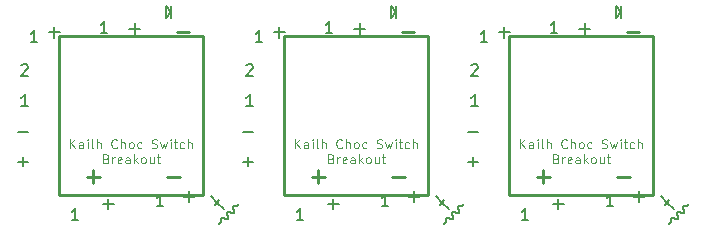
<source format=gbr>
G04 #@! TF.GenerationSoftware,KiCad,Pcbnew,(5.1.2)-1*
G04 #@! TF.CreationDate,2019-10-23T14:31:02-07:00*
G04 #@! TF.ProjectId,SparkFun-Cherry-MX-Switch-Breakout,53706172-6b46-4756-9e2d-436865727279,rev?*
G04 #@! TF.SameCoordinates,Original*
G04 #@! TF.FileFunction,Legend,Top*
G04 #@! TF.FilePolarity,Positive*
%FSLAX46Y46*%
G04 Gerber Fmt 4.6, Leading zero omitted, Abs format (unit mm)*
G04 Created by KiCad (PCBNEW (5.1.2)-1) date 2019-10-23 14:31:02*
%MOMM*%
%LPD*%
G04 APERTURE LIST*
%ADD10C,0.121920*%
%ADD11C,0.152400*%
%ADD12C,0.171450*%
%ADD13C,0.190500*%
%ADD14C,0.150000*%
%ADD15C,0.254000*%
%ADD16C,0.203200*%
%ADD17C,0.228600*%
G04 APERTURE END LIST*
D10*
X182952266Y-102757230D02*
X182952266Y-101985070D01*
X183393500Y-102757230D02*
X183062575Y-102315996D01*
X183393500Y-101985070D02*
X182952266Y-102426304D01*
X184055352Y-102757230D02*
X184055352Y-102352765D01*
X184018582Y-102279226D01*
X183945043Y-102242457D01*
X183797965Y-102242457D01*
X183724426Y-102279226D01*
X184055352Y-102720460D02*
X183981813Y-102757230D01*
X183797965Y-102757230D01*
X183724426Y-102720460D01*
X183687657Y-102646921D01*
X183687657Y-102573382D01*
X183724426Y-102499843D01*
X183797965Y-102463074D01*
X183981813Y-102463074D01*
X184055352Y-102426304D01*
X184423047Y-102757230D02*
X184423047Y-102242457D01*
X184423047Y-101985070D02*
X184386278Y-102021840D01*
X184423047Y-102058609D01*
X184459817Y-102021840D01*
X184423047Y-101985070D01*
X184423047Y-102058609D01*
X184901051Y-102757230D02*
X184827512Y-102720460D01*
X184790742Y-102646921D01*
X184790742Y-101985070D01*
X185195207Y-102757230D02*
X185195207Y-101985070D01*
X185526133Y-102757230D02*
X185526133Y-102352765D01*
X185489363Y-102279226D01*
X185415824Y-102242457D01*
X185305516Y-102242457D01*
X185231977Y-102279226D01*
X185195207Y-102315996D01*
X186923375Y-102683691D02*
X186886605Y-102720460D01*
X186776297Y-102757230D01*
X186702758Y-102757230D01*
X186592449Y-102720460D01*
X186518910Y-102646921D01*
X186482140Y-102573382D01*
X186445371Y-102426304D01*
X186445371Y-102315996D01*
X186482140Y-102168918D01*
X186518910Y-102095379D01*
X186592449Y-102021840D01*
X186702758Y-101985070D01*
X186776297Y-101985070D01*
X186886605Y-102021840D01*
X186923375Y-102058609D01*
X187254300Y-102757230D02*
X187254300Y-101985070D01*
X187585226Y-102757230D02*
X187585226Y-102352765D01*
X187548457Y-102279226D01*
X187474918Y-102242457D01*
X187364609Y-102242457D01*
X187291070Y-102279226D01*
X187254300Y-102315996D01*
X188063230Y-102757230D02*
X187989691Y-102720460D01*
X187952921Y-102683691D01*
X187916152Y-102610152D01*
X187916152Y-102389535D01*
X187952921Y-102315996D01*
X187989691Y-102279226D01*
X188063230Y-102242457D01*
X188173539Y-102242457D01*
X188247078Y-102279226D01*
X188283847Y-102315996D01*
X188320617Y-102389535D01*
X188320617Y-102610152D01*
X188283847Y-102683691D01*
X188247078Y-102720460D01*
X188173539Y-102757230D01*
X188063230Y-102757230D01*
X188982468Y-102720460D02*
X188908929Y-102757230D01*
X188761851Y-102757230D01*
X188688312Y-102720460D01*
X188651542Y-102683691D01*
X188614773Y-102610152D01*
X188614773Y-102389535D01*
X188651542Y-102315996D01*
X188688312Y-102279226D01*
X188761851Y-102242457D01*
X188908929Y-102242457D01*
X188982468Y-102279226D01*
X189864937Y-102720460D02*
X189975245Y-102757230D01*
X190159093Y-102757230D01*
X190232632Y-102720460D01*
X190269401Y-102683691D01*
X190306171Y-102610152D01*
X190306171Y-102536613D01*
X190269401Y-102463074D01*
X190232632Y-102426304D01*
X190159093Y-102389535D01*
X190012015Y-102352765D01*
X189938476Y-102315996D01*
X189901706Y-102279226D01*
X189864937Y-102205687D01*
X189864937Y-102132148D01*
X189901706Y-102058609D01*
X189938476Y-102021840D01*
X190012015Y-101985070D01*
X190195862Y-101985070D01*
X190306171Y-102021840D01*
X190563558Y-102242457D02*
X190710636Y-102757230D01*
X190857714Y-102389535D01*
X191004792Y-102757230D01*
X191151870Y-102242457D01*
X191446026Y-102757230D02*
X191446026Y-102242457D01*
X191446026Y-101985070D02*
X191409257Y-102021840D01*
X191446026Y-102058609D01*
X191482796Y-102021840D01*
X191446026Y-101985070D01*
X191446026Y-102058609D01*
X191703413Y-102242457D02*
X191997569Y-102242457D01*
X191813721Y-101985070D02*
X191813721Y-102646921D01*
X191850491Y-102720460D01*
X191924030Y-102757230D01*
X191997569Y-102757230D01*
X192585881Y-102720460D02*
X192512342Y-102757230D01*
X192365264Y-102757230D01*
X192291725Y-102720460D01*
X192254956Y-102683691D01*
X192218186Y-102610152D01*
X192218186Y-102389535D01*
X192254956Y-102315996D01*
X192291725Y-102279226D01*
X192365264Y-102242457D01*
X192512342Y-102242457D01*
X192585881Y-102279226D01*
X192916807Y-102757230D02*
X192916807Y-101985070D01*
X193247733Y-102757230D02*
X193247733Y-102352765D01*
X193210963Y-102279226D01*
X193137424Y-102242457D01*
X193027116Y-102242457D01*
X192953577Y-102279226D01*
X192916807Y-102315996D01*
X186004137Y-103632925D02*
X186114445Y-103669695D01*
X186151215Y-103706464D01*
X186187984Y-103780003D01*
X186187984Y-103890312D01*
X186151215Y-103963851D01*
X186114445Y-104000620D01*
X186040906Y-104037390D01*
X185746750Y-104037390D01*
X185746750Y-103265230D01*
X186004137Y-103265230D01*
X186077676Y-103302000D01*
X186114445Y-103338769D01*
X186151215Y-103412308D01*
X186151215Y-103485847D01*
X186114445Y-103559386D01*
X186077676Y-103596156D01*
X186004137Y-103632925D01*
X185746750Y-103632925D01*
X186518910Y-104037390D02*
X186518910Y-103522617D01*
X186518910Y-103669695D02*
X186555680Y-103596156D01*
X186592449Y-103559386D01*
X186665988Y-103522617D01*
X186739527Y-103522617D01*
X187291070Y-104000620D02*
X187217531Y-104037390D01*
X187070453Y-104037390D01*
X186996914Y-104000620D01*
X186960144Y-103927081D01*
X186960144Y-103632925D01*
X186996914Y-103559386D01*
X187070453Y-103522617D01*
X187217531Y-103522617D01*
X187291070Y-103559386D01*
X187327840Y-103632925D01*
X187327840Y-103706464D01*
X186960144Y-103780003D01*
X187989691Y-104037390D02*
X187989691Y-103632925D01*
X187952921Y-103559386D01*
X187879382Y-103522617D01*
X187732304Y-103522617D01*
X187658765Y-103559386D01*
X187989691Y-104000620D02*
X187916152Y-104037390D01*
X187732304Y-104037390D01*
X187658765Y-104000620D01*
X187621996Y-103927081D01*
X187621996Y-103853542D01*
X187658765Y-103780003D01*
X187732304Y-103743234D01*
X187916152Y-103743234D01*
X187989691Y-103706464D01*
X188357386Y-104037390D02*
X188357386Y-103265230D01*
X188430925Y-103743234D02*
X188651542Y-104037390D01*
X188651542Y-103522617D02*
X188357386Y-103816773D01*
X189092777Y-104037390D02*
X189019238Y-104000620D01*
X188982468Y-103963851D01*
X188945699Y-103890312D01*
X188945699Y-103669695D01*
X188982468Y-103596156D01*
X189019238Y-103559386D01*
X189092777Y-103522617D01*
X189203085Y-103522617D01*
X189276624Y-103559386D01*
X189313394Y-103596156D01*
X189350163Y-103669695D01*
X189350163Y-103890312D01*
X189313394Y-103963851D01*
X189276624Y-104000620D01*
X189203085Y-104037390D01*
X189092777Y-104037390D01*
X190012015Y-103522617D02*
X190012015Y-104037390D01*
X189681089Y-103522617D02*
X189681089Y-103927081D01*
X189717859Y-104000620D01*
X189791398Y-104037390D01*
X189901706Y-104037390D01*
X189975245Y-104000620D01*
X190012015Y-103963851D01*
X190269401Y-103522617D02*
X190563558Y-103522617D01*
X190379710Y-103265230D02*
X190379710Y-103927081D01*
X190416480Y-104000620D01*
X190490019Y-104037390D01*
X190563558Y-104037390D01*
X163902266Y-102757230D02*
X163902266Y-101985070D01*
X164343500Y-102757230D02*
X164012575Y-102315996D01*
X164343500Y-101985070D02*
X163902266Y-102426304D01*
X165005352Y-102757230D02*
X165005352Y-102352765D01*
X164968582Y-102279226D01*
X164895043Y-102242457D01*
X164747965Y-102242457D01*
X164674426Y-102279226D01*
X165005352Y-102720460D02*
X164931813Y-102757230D01*
X164747965Y-102757230D01*
X164674426Y-102720460D01*
X164637657Y-102646921D01*
X164637657Y-102573382D01*
X164674426Y-102499843D01*
X164747965Y-102463074D01*
X164931813Y-102463074D01*
X165005352Y-102426304D01*
X165373047Y-102757230D02*
X165373047Y-102242457D01*
X165373047Y-101985070D02*
X165336278Y-102021840D01*
X165373047Y-102058609D01*
X165409817Y-102021840D01*
X165373047Y-101985070D01*
X165373047Y-102058609D01*
X165851051Y-102757230D02*
X165777512Y-102720460D01*
X165740742Y-102646921D01*
X165740742Y-101985070D01*
X166145207Y-102757230D02*
X166145207Y-101985070D01*
X166476133Y-102757230D02*
X166476133Y-102352765D01*
X166439363Y-102279226D01*
X166365824Y-102242457D01*
X166255516Y-102242457D01*
X166181977Y-102279226D01*
X166145207Y-102315996D01*
X167873375Y-102683691D02*
X167836605Y-102720460D01*
X167726297Y-102757230D01*
X167652758Y-102757230D01*
X167542449Y-102720460D01*
X167468910Y-102646921D01*
X167432140Y-102573382D01*
X167395371Y-102426304D01*
X167395371Y-102315996D01*
X167432140Y-102168918D01*
X167468910Y-102095379D01*
X167542449Y-102021840D01*
X167652758Y-101985070D01*
X167726297Y-101985070D01*
X167836605Y-102021840D01*
X167873375Y-102058609D01*
X168204300Y-102757230D02*
X168204300Y-101985070D01*
X168535226Y-102757230D02*
X168535226Y-102352765D01*
X168498457Y-102279226D01*
X168424918Y-102242457D01*
X168314609Y-102242457D01*
X168241070Y-102279226D01*
X168204300Y-102315996D01*
X169013230Y-102757230D02*
X168939691Y-102720460D01*
X168902921Y-102683691D01*
X168866152Y-102610152D01*
X168866152Y-102389535D01*
X168902921Y-102315996D01*
X168939691Y-102279226D01*
X169013230Y-102242457D01*
X169123539Y-102242457D01*
X169197078Y-102279226D01*
X169233847Y-102315996D01*
X169270617Y-102389535D01*
X169270617Y-102610152D01*
X169233847Y-102683691D01*
X169197078Y-102720460D01*
X169123539Y-102757230D01*
X169013230Y-102757230D01*
X169932468Y-102720460D02*
X169858929Y-102757230D01*
X169711851Y-102757230D01*
X169638312Y-102720460D01*
X169601542Y-102683691D01*
X169564773Y-102610152D01*
X169564773Y-102389535D01*
X169601542Y-102315996D01*
X169638312Y-102279226D01*
X169711851Y-102242457D01*
X169858929Y-102242457D01*
X169932468Y-102279226D01*
X170814937Y-102720460D02*
X170925245Y-102757230D01*
X171109093Y-102757230D01*
X171182632Y-102720460D01*
X171219401Y-102683691D01*
X171256171Y-102610152D01*
X171256171Y-102536613D01*
X171219401Y-102463074D01*
X171182632Y-102426304D01*
X171109093Y-102389535D01*
X170962015Y-102352765D01*
X170888476Y-102315996D01*
X170851706Y-102279226D01*
X170814937Y-102205687D01*
X170814937Y-102132148D01*
X170851706Y-102058609D01*
X170888476Y-102021840D01*
X170962015Y-101985070D01*
X171145862Y-101985070D01*
X171256171Y-102021840D01*
X171513558Y-102242457D02*
X171660636Y-102757230D01*
X171807714Y-102389535D01*
X171954792Y-102757230D01*
X172101870Y-102242457D01*
X172396026Y-102757230D02*
X172396026Y-102242457D01*
X172396026Y-101985070D02*
X172359257Y-102021840D01*
X172396026Y-102058609D01*
X172432796Y-102021840D01*
X172396026Y-101985070D01*
X172396026Y-102058609D01*
X172653413Y-102242457D02*
X172947569Y-102242457D01*
X172763721Y-101985070D02*
X172763721Y-102646921D01*
X172800491Y-102720460D01*
X172874030Y-102757230D01*
X172947569Y-102757230D01*
X173535881Y-102720460D02*
X173462342Y-102757230D01*
X173315264Y-102757230D01*
X173241725Y-102720460D01*
X173204956Y-102683691D01*
X173168186Y-102610152D01*
X173168186Y-102389535D01*
X173204956Y-102315996D01*
X173241725Y-102279226D01*
X173315264Y-102242457D01*
X173462342Y-102242457D01*
X173535881Y-102279226D01*
X173866807Y-102757230D02*
X173866807Y-101985070D01*
X174197733Y-102757230D02*
X174197733Y-102352765D01*
X174160963Y-102279226D01*
X174087424Y-102242457D01*
X173977116Y-102242457D01*
X173903577Y-102279226D01*
X173866807Y-102315996D01*
X166954137Y-103632925D02*
X167064445Y-103669695D01*
X167101215Y-103706464D01*
X167137984Y-103780003D01*
X167137984Y-103890312D01*
X167101215Y-103963851D01*
X167064445Y-104000620D01*
X166990906Y-104037390D01*
X166696750Y-104037390D01*
X166696750Y-103265230D01*
X166954137Y-103265230D01*
X167027676Y-103302000D01*
X167064445Y-103338769D01*
X167101215Y-103412308D01*
X167101215Y-103485847D01*
X167064445Y-103559386D01*
X167027676Y-103596156D01*
X166954137Y-103632925D01*
X166696750Y-103632925D01*
X167468910Y-104037390D02*
X167468910Y-103522617D01*
X167468910Y-103669695D02*
X167505680Y-103596156D01*
X167542449Y-103559386D01*
X167615988Y-103522617D01*
X167689527Y-103522617D01*
X168241070Y-104000620D02*
X168167531Y-104037390D01*
X168020453Y-104037390D01*
X167946914Y-104000620D01*
X167910144Y-103927081D01*
X167910144Y-103632925D01*
X167946914Y-103559386D01*
X168020453Y-103522617D01*
X168167531Y-103522617D01*
X168241070Y-103559386D01*
X168277840Y-103632925D01*
X168277840Y-103706464D01*
X167910144Y-103780003D01*
X168939691Y-104037390D02*
X168939691Y-103632925D01*
X168902921Y-103559386D01*
X168829382Y-103522617D01*
X168682304Y-103522617D01*
X168608765Y-103559386D01*
X168939691Y-104000620D02*
X168866152Y-104037390D01*
X168682304Y-104037390D01*
X168608765Y-104000620D01*
X168571996Y-103927081D01*
X168571996Y-103853542D01*
X168608765Y-103780003D01*
X168682304Y-103743234D01*
X168866152Y-103743234D01*
X168939691Y-103706464D01*
X169307386Y-104037390D02*
X169307386Y-103265230D01*
X169380925Y-103743234D02*
X169601542Y-104037390D01*
X169601542Y-103522617D02*
X169307386Y-103816773D01*
X170042777Y-104037390D02*
X169969238Y-104000620D01*
X169932468Y-103963851D01*
X169895699Y-103890312D01*
X169895699Y-103669695D01*
X169932468Y-103596156D01*
X169969238Y-103559386D01*
X170042777Y-103522617D01*
X170153085Y-103522617D01*
X170226624Y-103559386D01*
X170263394Y-103596156D01*
X170300163Y-103669695D01*
X170300163Y-103890312D01*
X170263394Y-103963851D01*
X170226624Y-104000620D01*
X170153085Y-104037390D01*
X170042777Y-104037390D01*
X170962015Y-103522617D02*
X170962015Y-104037390D01*
X170631089Y-103522617D02*
X170631089Y-103927081D01*
X170667859Y-104000620D01*
X170741398Y-104037390D01*
X170851706Y-104037390D01*
X170925245Y-104000620D01*
X170962015Y-103963851D01*
X171219401Y-103522617D02*
X171513558Y-103522617D01*
X171329710Y-103265230D02*
X171329710Y-103927081D01*
X171366480Y-104000620D01*
X171440019Y-104037390D01*
X171513558Y-104037390D01*
D11*
X183626092Y-108818638D02*
X183074549Y-108818638D01*
X183350320Y-108818638D02*
X183350320Y-107853438D01*
X183258397Y-107991323D01*
X183166473Y-108083247D01*
X183074549Y-108129209D01*
X164576092Y-108818638D02*
X164024549Y-108818638D01*
X164300320Y-108818638D02*
X164300320Y-107853438D01*
X164208397Y-107991323D01*
X164116473Y-108083247D01*
X164024549Y-108129209D01*
D12*
X178520707Y-103887560D02*
X179348021Y-103887560D01*
X178934364Y-104301217D02*
X178934364Y-103473903D01*
X159470707Y-103887560D02*
X160298021Y-103887560D01*
X159884364Y-104301217D02*
X159884364Y-103473903D01*
D13*
X193012178Y-107335913D02*
X193012178Y-106416675D01*
X193471797Y-106876294D02*
X192552559Y-106876294D01*
X173962178Y-107335913D02*
X173962178Y-106416675D01*
X174421797Y-106876294D02*
X173502559Y-106876294D01*
D11*
X190852271Y-107637538D02*
X190300728Y-107637538D01*
X190576500Y-107637538D02*
X190576500Y-106672338D01*
X190484576Y-106810223D01*
X190392652Y-106902147D01*
X190300728Y-106948109D01*
X171802271Y-107637538D02*
X171250728Y-107637538D01*
X171526500Y-107637538D02*
X171526500Y-106672338D01*
X171434576Y-106810223D01*
X171342652Y-106902147D01*
X171250728Y-106948109D01*
D12*
X178520707Y-101347560D02*
X179348021Y-101347560D01*
X159470707Y-101347560D02*
X160298021Y-101347560D01*
D13*
X185735380Y-107483928D02*
X186654619Y-107483928D01*
X186195000Y-107943547D02*
X186195000Y-107024309D01*
X166685380Y-107483928D02*
X167604619Y-107483928D01*
X167145000Y-107943547D02*
X167145000Y-107024309D01*
X187957880Y-92624928D02*
X188877119Y-92624928D01*
X188417500Y-93084547D02*
X188417500Y-92165309D01*
X168907880Y-92624928D02*
X169827119Y-92624928D01*
X169367500Y-93084547D02*
X169367500Y-92165309D01*
D11*
X180184271Y-93743738D02*
X179632728Y-93743738D01*
X179908500Y-93743738D02*
X179908500Y-92778538D01*
X179816576Y-92916423D01*
X179724652Y-93008347D01*
X179632728Y-93054309D01*
X161134271Y-93743738D02*
X160582728Y-93743738D01*
X160858500Y-93743738D02*
X160858500Y-92778538D01*
X160766576Y-92916423D01*
X160674652Y-93008347D01*
X160582728Y-93054309D01*
X186089771Y-92981738D02*
X185538228Y-92981738D01*
X185814000Y-92981738D02*
X185814000Y-92016538D01*
X185722076Y-92154423D01*
X185630152Y-92246347D01*
X185538228Y-92292309D01*
X167039771Y-92981738D02*
X166488228Y-92981738D01*
X166764000Y-92981738D02*
X166764000Y-92016538D01*
X166672076Y-92154423D01*
X166580152Y-92246347D01*
X166488228Y-92292309D01*
D13*
X181163380Y-92942428D02*
X182082619Y-92942428D01*
X181623000Y-93402047D02*
X181623000Y-92482809D01*
X162113380Y-92942428D02*
X163032619Y-92942428D01*
X162573000Y-93402047D02*
X162573000Y-92482809D01*
D11*
X179371592Y-99166638D02*
X178820049Y-99166638D01*
X179095820Y-99166638D02*
X179095820Y-98201438D01*
X179003897Y-98339323D01*
X178911973Y-98431247D01*
X178820049Y-98477209D01*
X160321592Y-99166638D02*
X159770049Y-99166638D01*
X160045820Y-99166638D02*
X160045820Y-98201438D01*
X159953897Y-98339323D01*
X159861973Y-98431247D01*
X159770049Y-98477209D01*
X178820049Y-95753361D02*
X178866011Y-95707400D01*
X178957935Y-95661438D01*
X179187744Y-95661438D01*
X179279668Y-95707400D01*
X179325630Y-95753361D01*
X179371592Y-95845285D01*
X179371592Y-95937209D01*
X179325630Y-96075095D01*
X178774087Y-96626638D01*
X179371592Y-96626638D01*
X159770049Y-95753361D02*
X159816011Y-95707400D01*
X159907935Y-95661438D01*
X160137744Y-95661438D01*
X160229668Y-95707400D01*
X160275630Y-95753361D01*
X160321592Y-95845285D01*
X160321592Y-95937209D01*
X160275630Y-96075095D01*
X159724087Y-96626638D01*
X160321592Y-96626638D01*
D14*
X191516300Y-91237000D02*
X191516300Y-91745000D01*
X172466300Y-91237000D02*
X172466300Y-91745000D01*
X191516300Y-90729000D02*
X191516300Y-91237000D01*
X172466300Y-90729000D02*
X172466300Y-91237000D01*
X196355000Y-108763000D02*
X196228000Y-108128000D01*
X177305000Y-108763000D02*
X177178000Y-108128000D01*
X197244000Y-107493000D02*
X197117000Y-107620000D01*
X178194000Y-107493000D02*
X178067000Y-107620000D01*
X191033700Y-90729000D02*
X191033700Y-91745000D01*
X171983700Y-90729000D02*
X171983700Y-91745000D01*
X195593000Y-109144000D02*
X195720000Y-109017000D01*
X176543000Y-109144000D02*
X176670000Y-109017000D01*
X191516300Y-91237000D02*
X191033700Y-90729000D01*
X172466300Y-91237000D02*
X171983700Y-90729000D01*
X195720000Y-109017000D02*
X195720000Y-108636000D01*
X176670000Y-109017000D02*
X176670000Y-108636000D01*
X196863000Y-108255000D02*
X196228000Y-108128000D01*
X177813000Y-108255000D02*
X177178000Y-108128000D01*
X191033700Y-91745000D02*
X191516300Y-91237000D01*
X171983700Y-91745000D02*
X172466300Y-91237000D01*
X197117000Y-107620000D02*
X196736000Y-107620000D01*
X178067000Y-107620000D02*
X177686000Y-107620000D01*
X196863000Y-108255000D02*
X196736000Y-107620000D01*
X177813000Y-108255000D02*
X177686000Y-107620000D01*
X196355000Y-108763000D02*
X195720000Y-108636000D01*
X177305000Y-108763000D02*
X176670000Y-108636000D01*
D11*
X140720049Y-95753361D02*
X140766011Y-95707400D01*
X140857935Y-95661438D01*
X141087744Y-95661438D01*
X141179668Y-95707400D01*
X141225630Y-95753361D01*
X141271592Y-95845285D01*
X141271592Y-95937209D01*
X141225630Y-96075095D01*
X140674087Y-96626638D01*
X141271592Y-96626638D01*
X141271592Y-99166638D02*
X140720049Y-99166638D01*
X140995820Y-99166638D02*
X140995820Y-98201438D01*
X140903897Y-98339323D01*
X140811973Y-98431247D01*
X140720049Y-98477209D01*
D12*
X140420707Y-101347560D02*
X141248021Y-101347560D01*
X140420707Y-103887560D02*
X141248021Y-103887560D01*
X140834364Y-104301217D02*
X140834364Y-103473903D01*
D11*
X142084271Y-93743738D02*
X141532728Y-93743738D01*
X141808500Y-93743738D02*
X141808500Y-92778538D01*
X141716576Y-92916423D01*
X141624652Y-93008347D01*
X141532728Y-93054309D01*
D13*
X143063380Y-92942428D02*
X143982619Y-92942428D01*
X143523000Y-93402047D02*
X143523000Y-92482809D01*
D11*
X147989771Y-92981738D02*
X147438228Y-92981738D01*
X147714000Y-92981738D02*
X147714000Y-92016538D01*
X147622076Y-92154423D01*
X147530152Y-92246347D01*
X147438228Y-92292309D01*
D13*
X149857880Y-92624928D02*
X150777119Y-92624928D01*
X150317500Y-93084547D02*
X150317500Y-92165309D01*
D11*
X145526092Y-108818638D02*
X144974549Y-108818638D01*
X145250320Y-108818638D02*
X145250320Y-107853438D01*
X145158397Y-107991323D01*
X145066473Y-108083247D01*
X144974549Y-108129209D01*
D13*
X147635380Y-107483928D02*
X148554619Y-107483928D01*
X148095000Y-107943547D02*
X148095000Y-107024309D01*
D11*
X152752271Y-107637538D02*
X152200728Y-107637538D01*
X152476500Y-107637538D02*
X152476500Y-106672338D01*
X152384576Y-106810223D01*
X152292652Y-106902147D01*
X152200728Y-106948109D01*
D13*
X154912178Y-107335913D02*
X154912178Y-106416675D01*
X155371797Y-106876294D02*
X154452559Y-106876294D01*
D10*
X144852266Y-102757230D02*
X144852266Y-101985070D01*
X145293500Y-102757230D02*
X144962575Y-102315996D01*
X145293500Y-101985070D02*
X144852266Y-102426304D01*
X145955352Y-102757230D02*
X145955352Y-102352765D01*
X145918582Y-102279226D01*
X145845043Y-102242457D01*
X145697965Y-102242457D01*
X145624426Y-102279226D01*
X145955352Y-102720460D02*
X145881813Y-102757230D01*
X145697965Y-102757230D01*
X145624426Y-102720460D01*
X145587657Y-102646921D01*
X145587657Y-102573382D01*
X145624426Y-102499843D01*
X145697965Y-102463074D01*
X145881813Y-102463074D01*
X145955352Y-102426304D01*
X146323047Y-102757230D02*
X146323047Y-102242457D01*
X146323047Y-101985070D02*
X146286278Y-102021840D01*
X146323047Y-102058609D01*
X146359817Y-102021840D01*
X146323047Y-101985070D01*
X146323047Y-102058609D01*
X146801051Y-102757230D02*
X146727512Y-102720460D01*
X146690742Y-102646921D01*
X146690742Y-101985070D01*
X147095207Y-102757230D02*
X147095207Y-101985070D01*
X147426133Y-102757230D02*
X147426133Y-102352765D01*
X147389363Y-102279226D01*
X147315824Y-102242457D01*
X147205516Y-102242457D01*
X147131977Y-102279226D01*
X147095207Y-102315996D01*
X148823375Y-102683691D02*
X148786605Y-102720460D01*
X148676297Y-102757230D01*
X148602758Y-102757230D01*
X148492449Y-102720460D01*
X148418910Y-102646921D01*
X148382140Y-102573382D01*
X148345371Y-102426304D01*
X148345371Y-102315996D01*
X148382140Y-102168918D01*
X148418910Y-102095379D01*
X148492449Y-102021840D01*
X148602758Y-101985070D01*
X148676297Y-101985070D01*
X148786605Y-102021840D01*
X148823375Y-102058609D01*
X149154300Y-102757230D02*
X149154300Y-101985070D01*
X149485226Y-102757230D02*
X149485226Y-102352765D01*
X149448457Y-102279226D01*
X149374918Y-102242457D01*
X149264609Y-102242457D01*
X149191070Y-102279226D01*
X149154300Y-102315996D01*
X149963230Y-102757230D02*
X149889691Y-102720460D01*
X149852921Y-102683691D01*
X149816152Y-102610152D01*
X149816152Y-102389535D01*
X149852921Y-102315996D01*
X149889691Y-102279226D01*
X149963230Y-102242457D01*
X150073539Y-102242457D01*
X150147078Y-102279226D01*
X150183847Y-102315996D01*
X150220617Y-102389535D01*
X150220617Y-102610152D01*
X150183847Y-102683691D01*
X150147078Y-102720460D01*
X150073539Y-102757230D01*
X149963230Y-102757230D01*
X150882468Y-102720460D02*
X150808929Y-102757230D01*
X150661851Y-102757230D01*
X150588312Y-102720460D01*
X150551542Y-102683691D01*
X150514773Y-102610152D01*
X150514773Y-102389535D01*
X150551542Y-102315996D01*
X150588312Y-102279226D01*
X150661851Y-102242457D01*
X150808929Y-102242457D01*
X150882468Y-102279226D01*
X151764937Y-102720460D02*
X151875245Y-102757230D01*
X152059093Y-102757230D01*
X152132632Y-102720460D01*
X152169401Y-102683691D01*
X152206171Y-102610152D01*
X152206171Y-102536613D01*
X152169401Y-102463074D01*
X152132632Y-102426304D01*
X152059093Y-102389535D01*
X151912015Y-102352765D01*
X151838476Y-102315996D01*
X151801706Y-102279226D01*
X151764937Y-102205687D01*
X151764937Y-102132148D01*
X151801706Y-102058609D01*
X151838476Y-102021840D01*
X151912015Y-101985070D01*
X152095862Y-101985070D01*
X152206171Y-102021840D01*
X152463558Y-102242457D02*
X152610636Y-102757230D01*
X152757714Y-102389535D01*
X152904792Y-102757230D01*
X153051870Y-102242457D01*
X153346026Y-102757230D02*
X153346026Y-102242457D01*
X153346026Y-101985070D02*
X153309257Y-102021840D01*
X153346026Y-102058609D01*
X153382796Y-102021840D01*
X153346026Y-101985070D01*
X153346026Y-102058609D01*
X153603413Y-102242457D02*
X153897569Y-102242457D01*
X153713721Y-101985070D02*
X153713721Y-102646921D01*
X153750491Y-102720460D01*
X153824030Y-102757230D01*
X153897569Y-102757230D01*
X154485881Y-102720460D02*
X154412342Y-102757230D01*
X154265264Y-102757230D01*
X154191725Y-102720460D01*
X154154956Y-102683691D01*
X154118186Y-102610152D01*
X154118186Y-102389535D01*
X154154956Y-102315996D01*
X154191725Y-102279226D01*
X154265264Y-102242457D01*
X154412342Y-102242457D01*
X154485881Y-102279226D01*
X154816807Y-102757230D02*
X154816807Y-101985070D01*
X155147733Y-102757230D02*
X155147733Y-102352765D01*
X155110963Y-102279226D01*
X155037424Y-102242457D01*
X154927116Y-102242457D01*
X154853577Y-102279226D01*
X154816807Y-102315996D01*
X147904137Y-103632925D02*
X148014445Y-103669695D01*
X148051215Y-103706464D01*
X148087984Y-103780003D01*
X148087984Y-103890312D01*
X148051215Y-103963851D01*
X148014445Y-104000620D01*
X147940906Y-104037390D01*
X147646750Y-104037390D01*
X147646750Y-103265230D01*
X147904137Y-103265230D01*
X147977676Y-103302000D01*
X148014445Y-103338769D01*
X148051215Y-103412308D01*
X148051215Y-103485847D01*
X148014445Y-103559386D01*
X147977676Y-103596156D01*
X147904137Y-103632925D01*
X147646750Y-103632925D01*
X148418910Y-104037390D02*
X148418910Y-103522617D01*
X148418910Y-103669695D02*
X148455680Y-103596156D01*
X148492449Y-103559386D01*
X148565988Y-103522617D01*
X148639527Y-103522617D01*
X149191070Y-104000620D02*
X149117531Y-104037390D01*
X148970453Y-104037390D01*
X148896914Y-104000620D01*
X148860144Y-103927081D01*
X148860144Y-103632925D01*
X148896914Y-103559386D01*
X148970453Y-103522617D01*
X149117531Y-103522617D01*
X149191070Y-103559386D01*
X149227840Y-103632925D01*
X149227840Y-103706464D01*
X148860144Y-103780003D01*
X149889691Y-104037390D02*
X149889691Y-103632925D01*
X149852921Y-103559386D01*
X149779382Y-103522617D01*
X149632304Y-103522617D01*
X149558765Y-103559386D01*
X149889691Y-104000620D02*
X149816152Y-104037390D01*
X149632304Y-104037390D01*
X149558765Y-104000620D01*
X149521996Y-103927081D01*
X149521996Y-103853542D01*
X149558765Y-103780003D01*
X149632304Y-103743234D01*
X149816152Y-103743234D01*
X149889691Y-103706464D01*
X150257386Y-104037390D02*
X150257386Y-103265230D01*
X150330925Y-103743234D02*
X150551542Y-104037390D01*
X150551542Y-103522617D02*
X150257386Y-103816773D01*
X150992777Y-104037390D02*
X150919238Y-104000620D01*
X150882468Y-103963851D01*
X150845699Y-103890312D01*
X150845699Y-103669695D01*
X150882468Y-103596156D01*
X150919238Y-103559386D01*
X150992777Y-103522617D01*
X151103085Y-103522617D01*
X151176624Y-103559386D01*
X151213394Y-103596156D01*
X151250163Y-103669695D01*
X151250163Y-103890312D01*
X151213394Y-103963851D01*
X151176624Y-104000620D01*
X151103085Y-104037390D01*
X150992777Y-104037390D01*
X151912015Y-103522617D02*
X151912015Y-104037390D01*
X151581089Y-103522617D02*
X151581089Y-103927081D01*
X151617859Y-104000620D01*
X151691398Y-104037390D01*
X151801706Y-104037390D01*
X151875245Y-104000620D01*
X151912015Y-103963851D01*
X152169401Y-103522617D02*
X152463558Y-103522617D01*
X152279710Y-103265230D02*
X152279710Y-103927081D01*
X152316480Y-104000620D01*
X152390019Y-104037390D01*
X152463558Y-104037390D01*
D14*
X157493000Y-109144000D02*
X157620000Y-109017000D01*
X157620000Y-109017000D02*
X157620000Y-108636000D01*
X158255000Y-108763000D02*
X157620000Y-108636000D01*
X159144000Y-107493000D02*
X159017000Y-107620000D01*
X158255000Y-108763000D02*
X158128000Y-108128000D01*
X158763000Y-108255000D02*
X158128000Y-108128000D01*
X158763000Y-108255000D02*
X158636000Y-107620000D01*
X159017000Y-107620000D02*
X158636000Y-107620000D01*
X152933700Y-90729000D02*
X152933700Y-91745000D01*
X152933700Y-91745000D02*
X153416300Y-91237000D01*
X153416300Y-91237000D02*
X152933700Y-90729000D01*
X153416300Y-90729000D02*
X153416300Y-91237000D01*
X153416300Y-91237000D02*
X153416300Y-91745000D01*
D15*
X182004000Y-93269000D02*
X194196000Y-93269000D01*
X194196000Y-93269000D02*
X194196000Y-106731000D01*
X194196000Y-106731000D02*
X182004000Y-106731000D01*
X182004000Y-106731000D02*
X182004000Y-93269000D01*
X162954000Y-93269000D02*
X175146000Y-93269000D01*
X175146000Y-93269000D02*
X175146000Y-106731000D01*
X175146000Y-106731000D02*
X162954000Y-106731000D01*
X162954000Y-106731000D02*
X162954000Y-93269000D01*
D16*
X195950341Y-107895790D02*
X195411526Y-107356974D01*
X195411526Y-107356974D02*
X194872710Y-106818159D01*
X195591131Y-107177369D02*
X195411526Y-107356974D01*
X195411526Y-107356974D02*
X195231920Y-107536580D01*
X176900341Y-107895790D02*
X176361526Y-107356974D01*
X176361526Y-107356974D02*
X175822710Y-106818159D01*
X176541131Y-107177369D02*
X176361526Y-107356974D01*
X176361526Y-107356974D02*
X176181920Y-107536580D01*
D15*
X192037000Y-92938800D02*
X193053000Y-92938800D01*
X172987000Y-92938800D02*
X174003000Y-92938800D01*
X143904000Y-106731000D02*
X143904000Y-93269000D01*
X156096000Y-106731000D02*
X143904000Y-106731000D01*
X156096000Y-93269000D02*
X156096000Y-106731000D01*
X143904000Y-93269000D02*
X156096000Y-93269000D01*
D16*
X157311526Y-107356974D02*
X157131920Y-107536580D01*
X157491131Y-107177369D02*
X157311526Y-107356974D01*
X157311526Y-107356974D02*
X156772710Y-106818159D01*
X157850341Y-107895790D02*
X157311526Y-107356974D01*
D15*
X153937000Y-92938800D02*
X154953000Y-92938800D01*
D17*
X184344610Y-105183414D02*
X185447695Y-105183414D01*
X184896152Y-105734957D02*
X184896152Y-104631871D01*
X191133304Y-105183414D02*
X192236390Y-105183414D01*
X165294610Y-105183414D02*
X166397695Y-105183414D01*
X165846152Y-105734957D02*
X165846152Y-104631871D01*
X172083304Y-105183414D02*
X173186390Y-105183414D01*
X153033304Y-105183414D02*
X154136390Y-105183414D01*
X146244610Y-105183414D02*
X147347695Y-105183414D01*
X146796152Y-105734957D02*
X146796152Y-104631871D01*
M02*

</source>
